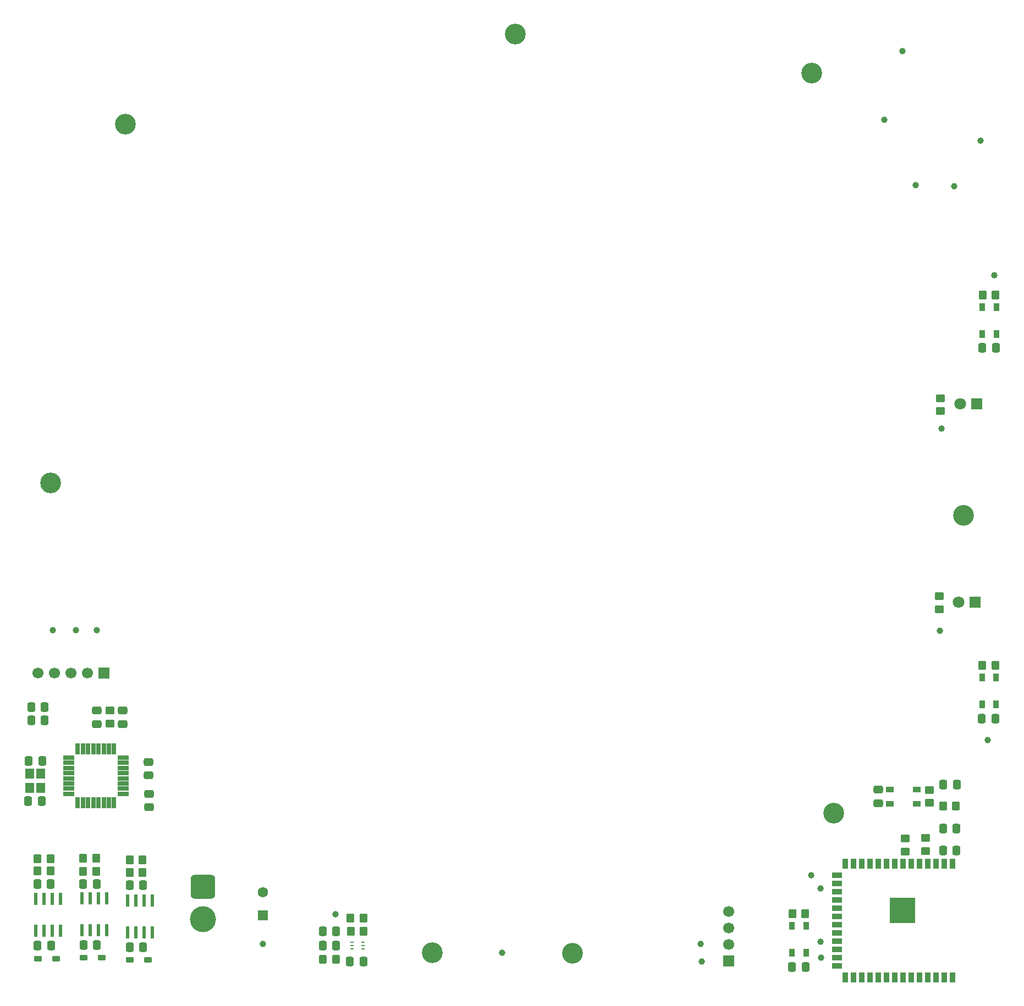
<source format=gbr>
%TF.GenerationSoftware,KiCad,Pcbnew,9.0.6*%
%TF.CreationDate,2025-12-17T16:52:13-05:00*%
%TF.ProjectId,HMS,484d532e-6b69-4636-9164-5f7063625858,rev?*%
%TF.SameCoordinates,Original*%
%TF.FileFunction,Soldermask,Top*%
%TF.FilePolarity,Negative*%
%FSLAX46Y46*%
G04 Gerber Fmt 4.6, Leading zero omitted, Abs format (unit mm)*
G04 Created by KiCad (PCBNEW 9.0.6) date 2025-12-17 16:52:13*
%MOMM*%
%LPD*%
G01*
G04 APERTURE LIST*
G04 Aperture macros list*
%AMRoundRect*
0 Rectangle with rounded corners*
0 $1 Rounding radius*
0 $2 $3 $4 $5 $6 $7 $8 $9 X,Y pos of 4 corners*
0 Add a 4 corners polygon primitive as box body*
4,1,4,$2,$3,$4,$5,$6,$7,$8,$9,$2,$3,0*
0 Add four circle primitives for the rounded corners*
1,1,$1+$1,$2,$3*
1,1,$1+$1,$4,$5*
1,1,$1+$1,$6,$7*
1,1,$1+$1,$8,$9*
0 Add four rect primitives between the rounded corners*
20,1,$1+$1,$2,$3,$4,$5,0*
20,1,$1+$1,$4,$5,$6,$7,0*
20,1,$1+$1,$6,$7,$8,$9,0*
20,1,$1+$1,$8,$9,$2,$3,0*%
G04 Aperture macros list end*
%ADD10RoundRect,0.250000X0.350000X0.450000X-0.350000X0.450000X-0.350000X-0.450000X0.350000X-0.450000X0*%
%ADD11RoundRect,0.250000X-0.337500X-0.475000X0.337500X-0.475000X0.337500X0.475000X-0.337500X0.475000X0*%
%ADD12RoundRect,0.250000X0.337500X0.475000X-0.337500X0.475000X-0.337500X-0.475000X0.337500X-0.475000X0*%
%ADD13R,1.800000X1.800000*%
%ADD14C,1.800000*%
%ADD15C,3.200000*%
%ADD16C,1.000000*%
%ADD17RoundRect,0.250000X0.475000X-0.337500X0.475000X0.337500X-0.475000X0.337500X-0.475000X-0.337500X0*%
%ADD18RoundRect,0.102000X0.325000X-0.525000X0.325000X0.525000X-0.325000X0.525000X-0.325000X-0.525000X0*%
%ADD19R,0.558800X1.981200*%
%ADD20RoundRect,0.250000X-0.350000X-0.450000X0.350000X-0.450000X0.350000X0.450000X-0.350000X0.450000X0*%
%ADD21RoundRect,0.250000X0.450000X-0.350000X0.450000X0.350000X-0.450000X0.350000X-0.450000X-0.350000X0*%
%ADD22R,1.700000X1.700000*%
%ADD23C,1.700000*%
%ADD24RoundRect,0.250000X-0.450000X0.350000X-0.450000X-0.350000X0.450000X-0.350000X0.450000X0.350000X0*%
%ADD25RoundRect,0.250000X-0.475000X0.337500X-0.475000X-0.337500X0.475000X-0.337500X0.475000X0.337500X0*%
%ADD26RoundRect,0.102000X0.525000X0.300000X-0.525000X0.300000X-0.525000X-0.300000X0.525000X-0.300000X0*%
%ADD27RoundRect,0.102000X0.525000X0.325000X-0.525000X0.325000X-0.525000X-0.325000X0.525000X-0.325000X0*%
%ADD28RoundRect,0.102000X-0.600000X-0.700000X0.600000X-0.700000X0.600000X0.700000X-0.600000X0.700000X0*%
%ADD29R,0.609600X0.254000*%
%ADD30RoundRect,0.094250X-0.742750X-0.282750X0.742750X-0.282750X0.742750X0.282750X-0.742750X0.282750X0*%
%ADD31RoundRect,0.094250X-0.282750X-0.742750X0.282750X-0.742750X0.282750X0.742750X-0.282750X0.742750X0*%
%ADD32R,0.900000X1.500000*%
%ADD33R,1.500000X0.900000*%
%ADD34R,3.900000X3.900000*%
%ADD35RoundRect,0.250000X0.550000X-0.550000X0.550000X0.550000X-0.550000X0.550000X-0.550000X-0.550000X0*%
%ADD36C,1.600000*%
%ADD37RoundRect,0.760000X-1.140000X1.140000X-1.140000X-1.140000X1.140000X-1.140000X1.140000X1.140000X0*%
%ADD38C,4.000000*%
%ADD39RoundRect,0.250000X0.325000X0.450000X-0.325000X0.450000X-0.325000X-0.450000X0.325000X-0.450000X0*%
G04 APERTURE END LIST*
D10*
%TO.C,R14*%
X73635400Y-167340900D03*
X71635400Y-167340900D03*
%TD*%
D11*
%TO.C,C5*%
X162821800Y-151485600D03*
X164896800Y-151485600D03*
%TD*%
D12*
%TO.C,C30*%
X25435000Y-160016400D03*
X23360000Y-160016400D03*
%TD*%
D13*
%TO.C,D2*%
X167716200Y-116636800D03*
D14*
X165176200Y-116636800D03*
%TD*%
D12*
%TO.C,C7*%
X141662400Y-172872400D03*
X139587400Y-172872400D03*
%TD*%
D15*
%TO.C,H6*%
X165963600Y-103225600D03*
%TD*%
D16*
%TO.C,TP15*%
X156600000Y-31700000D03*
%TD*%
D10*
%TO.C,R5*%
X164820600Y-148056600D03*
X162820600Y-148056600D03*
%TD*%
D15*
%TO.C,H8*%
X96977200Y-29057600D03*
%TD*%
D17*
%TO.C,C27*%
X40550000Y-148225000D03*
X40550000Y-146150000D03*
%TD*%
D10*
%TO.C,R25*%
X32460000Y-156066400D03*
X30460000Y-156066400D03*
%TD*%
D16*
%TO.C,TP23*%
X144000000Y-168900000D03*
%TD*%
D18*
%TO.C,SW5*%
X168895400Y-75283100D03*
X168895400Y-71133100D03*
X171045400Y-75283100D03*
X171045400Y-71133100D03*
%TD*%
D19*
%TO.C,U8*%
X23120000Y-167241400D03*
X24390000Y-167241400D03*
X25660000Y-167241400D03*
X26930000Y-167241400D03*
X26930000Y-162313800D03*
X25660000Y-162313800D03*
X24390000Y-162313800D03*
X23120000Y-162313800D03*
%TD*%
D20*
%TO.C,R24*%
X23410000Y-158041400D03*
X25410000Y-158041400D03*
%TD*%
D18*
%TO.C,SW1*%
X139576400Y-170653400D03*
X139576400Y-166503400D03*
X141726400Y-170653400D03*
X141726400Y-166503400D03*
%TD*%
D16*
%TO.C,TP19*%
X29350000Y-120900000D03*
%TD*%
D17*
%TO.C,C20*%
X40500000Y-143300000D03*
X40500000Y-141225000D03*
%TD*%
D10*
%TO.C,R23*%
X25435000Y-156116400D03*
X23435000Y-156116400D03*
%TD*%
D11*
%TO.C,C11*%
X162821800Y-154914600D03*
X164896800Y-154914600D03*
%TD*%
D21*
%TO.C,R6*%
X160733600Y-147551600D03*
X160733600Y-145551600D03*
%TD*%
D16*
%TO.C,TP21*%
X142500000Y-158650000D03*
%TD*%
D22*
%TO.C,J3*%
X33650000Y-127550000D03*
D23*
X31110000Y-127550000D03*
X28570000Y-127550000D03*
X26030000Y-127550000D03*
X23490000Y-127550000D03*
%TD*%
D16*
%TO.C,TP20*%
X32550000Y-120950000D03*
%TD*%
D21*
%TO.C,R8*%
X162458400Y-87166200D03*
X162458400Y-85166200D03*
%TD*%
D12*
%TO.C,C26*%
X24500000Y-134800000D03*
X22425000Y-134800000D03*
%TD*%
D24*
%TO.C,R10*%
X160172400Y-152965400D03*
X160172400Y-154965400D03*
%TD*%
D16*
%TO.C,TP6*%
X69300000Y-164700000D03*
%TD*%
D21*
%TO.C,R9*%
X162234800Y-117678200D03*
X162234800Y-115678200D03*
%TD*%
D18*
%TO.C,SW6*%
X168812800Y-132331500D03*
X168812800Y-128181500D03*
X170962800Y-132331500D03*
X170962800Y-128181500D03*
%TD*%
D25*
%TO.C,C28*%
X36539800Y-133305600D03*
X36539800Y-135380600D03*
%TD*%
D16*
%TO.C,TP11*%
X164500000Y-52500000D03*
%TD*%
%TO.C,TP10*%
X125500000Y-169300000D03*
%TD*%
D20*
%TO.C,R27*%
X30460000Y-158066400D03*
X32460000Y-158066400D03*
%TD*%
D16*
%TO.C,TP4*%
X58100000Y-169300000D03*
%TD*%
D26*
%TO.C,D5*%
X26285000Y-171566400D03*
X23485000Y-171566400D03*
%TD*%
D20*
%TO.C,R15*%
X168910000Y-69291200D03*
X170910000Y-69291200D03*
%TD*%
D15*
%TO.C,H2*%
X25450800Y-98247200D03*
%TD*%
D24*
%TO.C,R11*%
X157022800Y-153016200D03*
X157022800Y-155016200D03*
%TD*%
D12*
%TO.C,C22*%
X39660000Y-160241400D03*
X37585000Y-160241400D03*
%TD*%
%TO.C,C9*%
X73600000Y-171950000D03*
X71525000Y-171950000D03*
%TD*%
D19*
%TO.C,U5*%
X37305000Y-167480200D03*
X38575000Y-167480200D03*
X39845000Y-167480200D03*
X41115000Y-167480200D03*
X41115000Y-162552600D03*
X39845000Y-162552600D03*
X38575000Y-162552600D03*
X37305000Y-162552600D03*
%TD*%
D15*
%TO.C,H7*%
X142595600Y-35052000D03*
%TD*%
D19*
%TO.C,U7*%
X30215000Y-167194000D03*
X31485000Y-167194000D03*
X32755000Y-167194000D03*
X34025000Y-167194000D03*
X34025000Y-162266400D03*
X32755000Y-162266400D03*
X31485000Y-162266400D03*
X30215000Y-162266400D03*
%TD*%
D25*
%TO.C,C19*%
X32568800Y-133292200D03*
X32568800Y-135367200D03*
%TD*%
D27*
%TO.C,SW2*%
X158800000Y-147650000D03*
X154650000Y-147650000D03*
X158800000Y-145500000D03*
X154650000Y-145500000D03*
%TD*%
D11*
%TO.C,C21*%
X37585000Y-169791400D03*
X39660000Y-169791400D03*
%TD*%
D25*
%TO.C,C8*%
X152829400Y-145525400D03*
X152829400Y-147600400D03*
%TD*%
D11*
%TO.C,C4*%
X162847200Y-144729200D03*
X164922200Y-144729200D03*
%TD*%
D20*
%TO.C,R30*%
X37610000Y-158291400D03*
X39610000Y-158291400D03*
%TD*%
D16*
%TO.C,TP12*%
X158600000Y-52350000D03*
%TD*%
D28*
%TO.C,Y1*%
X22231700Y-143048200D03*
X22231700Y-145248200D03*
X23931700Y-145248200D03*
X23931700Y-143048200D03*
%TD*%
D13*
%TO.C,D1*%
X167970200Y-86080600D03*
D14*
X165430200Y-86080600D03*
%TD*%
D16*
%TO.C,TP7*%
X170700000Y-66200000D03*
%TD*%
D11*
%TO.C,C29*%
X23410000Y-169566400D03*
X25485000Y-169566400D03*
%TD*%
D15*
%TO.C,H3*%
X84175600Y-170637200D03*
%TD*%
D22*
%TO.C,J4*%
X129845200Y-171922600D03*
D23*
X129845200Y-169382600D03*
X129845200Y-166842600D03*
X129845200Y-164302600D03*
%TD*%
D16*
%TO.C,TP14*%
X162550000Y-89850000D03*
%TD*%
D12*
%TO.C,C18*%
X170850000Y-134550000D03*
X168775000Y-134550000D03*
%TD*%
D15*
%TO.C,H1*%
X36982400Y-42976800D03*
%TD*%
D11*
%TO.C,C10*%
X67300000Y-169500000D03*
X69375000Y-169500000D03*
%TD*%
D26*
%TO.C,D3*%
X40435000Y-171741400D03*
X37635000Y-171741400D03*
%TD*%
%TO.C,D4*%
X33335000Y-171391400D03*
X30535000Y-171391400D03*
%TD*%
D16*
%TO.C,TP16*%
X168600000Y-45500000D03*
%TD*%
D11*
%TO.C,C14*%
X22050000Y-141050000D03*
X24125000Y-141050000D03*
%TD*%
D15*
%TO.C,H5*%
X145999200Y-149148800D03*
%TD*%
D16*
%TO.C,TP22*%
X144000000Y-160750000D03*
%TD*%
D12*
%TO.C,C17*%
X170942000Y-77393800D03*
X168867000Y-77393800D03*
%TD*%
D16*
%TO.C,TP18*%
X25750000Y-120950000D03*
%TD*%
D29*
%TO.C,U6*%
X71849700Y-169025301D03*
X71849700Y-169525300D03*
X71849700Y-170025299D03*
X73551500Y-170025299D03*
X73551500Y-169525300D03*
X73551500Y-169025301D03*
%TD*%
D16*
%TO.C,TP8*%
X169700000Y-137900000D03*
%TD*%
D12*
%TO.C,C24*%
X32535000Y-160016400D03*
X30460000Y-160016400D03*
%TD*%
%TO.C,C13*%
X24056600Y-147247600D03*
X21981600Y-147247600D03*
%TD*%
D21*
%TO.C,R21*%
X34550000Y-135300000D03*
X34550000Y-133300000D03*
%TD*%
D30*
%TO.C,U4*%
X28230000Y-140550000D03*
X28230000Y-141350000D03*
X28230000Y-142150000D03*
X28230000Y-142950000D03*
X28230000Y-143750000D03*
X28230000Y-144550000D03*
X28230000Y-145350000D03*
X28230000Y-146150000D03*
D31*
X29600000Y-147520000D03*
X30400000Y-147520000D03*
X31200000Y-147520000D03*
X32000000Y-147520000D03*
X32800000Y-147520000D03*
X33600000Y-147520000D03*
X34400000Y-147520000D03*
X35200000Y-147520000D03*
D30*
X36570000Y-146150000D03*
X36570000Y-145350000D03*
X36570000Y-144550000D03*
X36570000Y-143750000D03*
X36570000Y-142950000D03*
X36570000Y-142150000D03*
X36570000Y-141350000D03*
X36570000Y-140550000D03*
D31*
X35200000Y-139180000D03*
X34400000Y-139180000D03*
X33600000Y-139180000D03*
X32800000Y-139180000D03*
X32000000Y-139180000D03*
X31200000Y-139180000D03*
X30400000Y-139180000D03*
X29600000Y-139180000D03*
%TD*%
D16*
%TO.C,TP5*%
X94900000Y-170600000D03*
%TD*%
D20*
%TO.C,R16*%
X168859200Y-126365000D03*
X170859200Y-126365000D03*
%TD*%
D10*
%TO.C,R28*%
X39585000Y-156341400D03*
X37585000Y-156341400D03*
%TD*%
D32*
%TO.C,U3*%
X164282600Y-156899000D03*
X163012600Y-156899000D03*
X161742600Y-156899000D03*
X160472600Y-156899000D03*
X159202600Y-156899000D03*
X157932600Y-156899000D03*
X156662600Y-156899000D03*
X155392600Y-156899000D03*
X154122600Y-156899000D03*
X152852600Y-156899000D03*
X151582600Y-156899000D03*
X150312600Y-156899000D03*
X149042600Y-156899000D03*
X147772600Y-156899000D03*
D33*
X146522600Y-158664000D03*
X146522600Y-159934000D03*
X146522600Y-161204000D03*
X146522600Y-162474000D03*
X146522600Y-163744000D03*
X146522600Y-165014000D03*
X146522600Y-166284000D03*
X146522600Y-167554000D03*
X146522600Y-168824000D03*
X146522600Y-170094000D03*
X146522600Y-171364000D03*
X146522600Y-172634000D03*
D32*
X147772600Y-174399000D03*
X149042600Y-174399000D03*
X150312600Y-174399000D03*
X151582600Y-174399000D03*
X152852600Y-174399000D03*
X154122600Y-174399000D03*
X155392600Y-174399000D03*
X156662600Y-174399000D03*
X157932600Y-174399000D03*
X159202600Y-174399000D03*
X160472600Y-174399000D03*
X161742600Y-174399000D03*
X163012600Y-174399000D03*
X164282600Y-174399000D03*
D34*
X156562600Y-164149000D03*
%TD*%
D12*
%TO.C,C25*%
X24500000Y-132800000D03*
X22425000Y-132800000D03*
%TD*%
D35*
%TO.C,C12*%
X58100000Y-164850000D03*
D36*
X58100000Y-161350000D03*
%TD*%
D37*
%TO.C,J2*%
X48900000Y-160500000D03*
D38*
X48900000Y-165500000D03*
%TD*%
D11*
%TO.C,C23*%
X30485000Y-169466400D03*
X32560000Y-169466400D03*
%TD*%
D12*
%TO.C,C6*%
X69375000Y-167350000D03*
X67300000Y-167350000D03*
%TD*%
D16*
%TO.C,TP9*%
X125650000Y-171950000D03*
%TD*%
%TO.C,TP24*%
X144050000Y-171350000D03*
%TD*%
%TO.C,TP13*%
X162300000Y-121000000D03*
%TD*%
%TO.C,TP17*%
X153800000Y-42300000D03*
%TD*%
D15*
%TO.C,H4*%
X105816400Y-170688000D03*
%TD*%
D20*
%TO.C,R13*%
X71600000Y-165300000D03*
X73600000Y-165300000D03*
%TD*%
D39*
%TO.C,L1*%
X69400000Y-171650000D03*
X67350000Y-171650000D03*
%TD*%
D20*
%TO.C,R7*%
X139630400Y-164642800D03*
X141630400Y-164642800D03*
%TD*%
M02*

</source>
